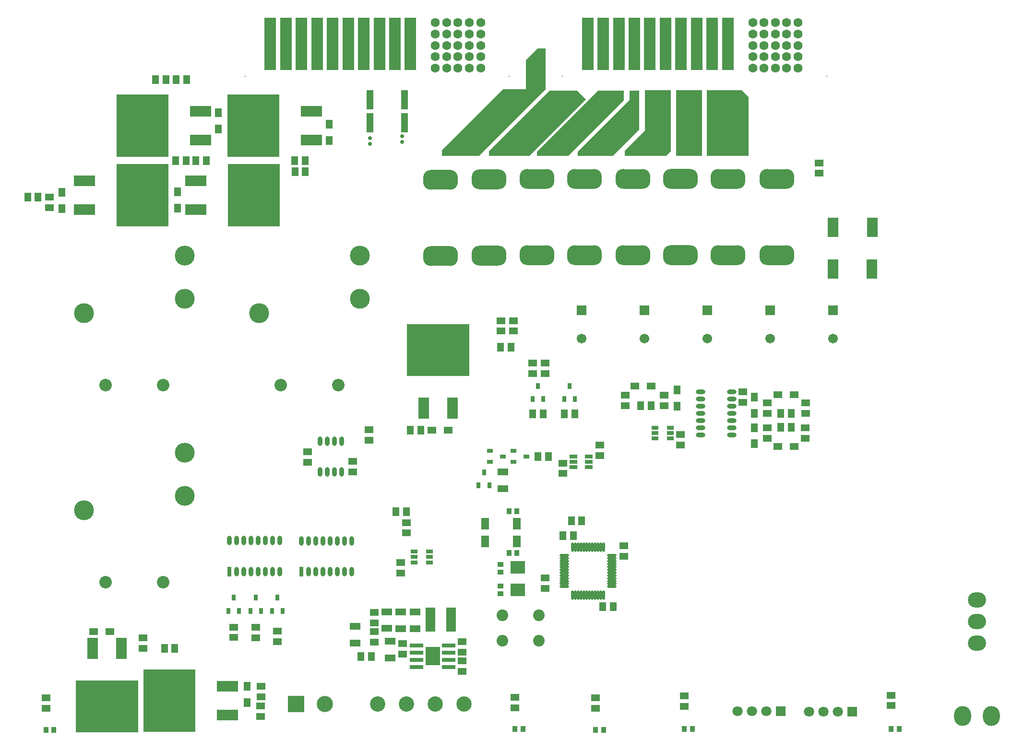
<source format=gts>
G04*
G04 #@! TF.GenerationSoftware,Altium Limited,Altium Designer,21.2.2 (38)*
G04*
G04 Layer_Color=8388736*
%FSLAX25Y25*%
%MOIN*%
G70*
G04*
G04 #@! TF.SameCoordinates,F28A5215-CE45-4803-9B4C-17DA2ED16A0E*
G04*
G04*
G04 #@! TF.FilePolarity,Negative*
G04*
G01*
G75*
%ADD47R,0.07493X0.04934*%
%ADD48R,0.05918X0.04540*%
%ADD49R,0.10249X0.08674*%
%ADD50R,0.04540X0.05918*%
%ADD51R,0.07099X0.16548*%
%ADD52R,0.09461X0.02769*%
%ADD53R,0.10249X0.13005*%
%ADD54R,0.07493X0.13202*%
%ADD55O,0.03162X0.06509*%
%ADD56R,0.03162X0.06509*%
%ADD57R,0.06115X0.04737*%
%ADD58R,0.04737X0.06115*%
%ADD59R,0.03556X0.04343*%
%ADD60C,0.02769*%
%ADD61R,0.03162X0.04343*%
%ADD62R,0.04737X0.03162*%
%ADD63O,0.06509X0.03162*%
%ADD64R,0.04343X0.03162*%
%ADD65R,0.05315X0.02756*%
%ADD66O,0.03162X0.06509*%
%ADD67R,0.07808X0.14595*%
%ADD68R,0.43792X0.36312*%
%ADD69R,0.05800X0.08300*%
%ADD70O,0.01981X0.06509*%
%ADD71O,0.06509X0.01981*%
%ADD72R,0.04343X0.03556*%
%ADD73R,0.36312X0.43792*%
%ADD74R,0.14595X0.07808*%
%ADD75R,0.05131X0.13792*%
%ADD76C,0.06706*%
%ADD77R,0.06706X0.06706*%
%ADD78O,0.11824X0.13792*%
%ADD79O,0.12611X0.10642*%
%ADD80C,0.08674*%
%ADD81C,0.13792*%
%ADD82C,0.07099*%
%ADD83R,0.07099X0.07099*%
%ADD84C,0.08083*%
%ADD85C,0.10642*%
%ADD86C,0.11233*%
%ADD87R,0.11233X0.11233*%
%ADD88O,0.10800X0.13800*%
%ADD89R,0.07887X0.07099*%
%ADD90C,0.00800*%
%ADD91C,0.06312*%
%ADD92C,0.03556*%
G36*
X528740Y413386D02*
X510827D01*
Y415158D01*
Y458858D01*
X528740D01*
Y413386D01*
D02*
G37*
G36*
X507087Y416535D02*
X503937Y413386D01*
X475000D01*
Y416732D01*
X488976Y430709D01*
Y458858D01*
X507087D01*
Y416535D01*
D02*
G37*
G36*
X485236Y431496D02*
X467126Y413386D01*
X442520D01*
Y416142D01*
X478346Y451968D01*
Y458661D01*
X485236D01*
Y431496D01*
D02*
G37*
G36*
X474409Y451772D02*
X436024Y413386D01*
X413976D01*
Y416142D01*
X456496Y458661D01*
X474409D01*
X474409Y451772D01*
D02*
G37*
G36*
X448228Y452559D02*
X409055Y413386D01*
X380906Y413386D01*
Y416535D01*
X423032Y458661D01*
X442126Y458661D01*
X448228Y452559D01*
D02*
G37*
G36*
X556496Y458858D02*
X561221Y454134D01*
X561221Y413189D01*
X532283D01*
Y458858D01*
X556496Y458858D01*
D02*
G37*
G36*
X420276Y459449D02*
X374016Y413189D01*
X348031D01*
Y417126D01*
X390551Y459646D01*
X406496Y459646D01*
Y479921D01*
X414370Y487795D01*
X420276D01*
Y459449D01*
D02*
G37*
G36*
X520525Y404142D02*
X520576Y404131D01*
X520626Y404114D01*
X520673Y404091D01*
X520716Y404062D01*
X520756Y404028D01*
X520790Y403988D01*
X520820Y403944D01*
X520843Y403897D01*
X520860Y403848D01*
X520870Y403796D01*
X520873Y403744D01*
Y390744D01*
X520870Y390692D01*
X520860Y390640D01*
X520843Y390591D01*
X520820Y390544D01*
X520790Y390500D01*
X520756Y390461D01*
X520716Y390426D01*
X520673Y390397D01*
X520626Y390374D01*
X520576Y390357D01*
X520525Y390347D01*
X520472Y390343D01*
X507072D01*
X507020Y390347D01*
X506969Y390357D01*
X506919Y390374D01*
X506872Y390397D01*
X506828Y390426D01*
X506789Y390461D01*
X506754Y390500D01*
X506725Y390544D01*
X506702Y390591D01*
X506685Y390640D01*
X506675Y390692D01*
X506672Y390744D01*
Y390844D01*
Y403744D01*
X506675Y403796D01*
X506685Y403848D01*
X506702Y403897D01*
X506725Y403944D01*
X506754Y403988D01*
X506789Y404028D01*
X506828Y404062D01*
X506872Y404091D01*
X506919Y404114D01*
X506969Y404131D01*
X507020Y404142D01*
X507072Y404145D01*
X520472D01*
X520525Y404142D01*
D02*
G37*
G36*
X587454Y403992D02*
X587505Y403982D01*
X587555Y403965D01*
X587602Y403942D01*
X587646Y403912D01*
X587685Y403878D01*
X587720Y403838D01*
X587749Y403795D01*
X587772Y403748D01*
X587789Y403698D01*
X587799Y403647D01*
X587802Y403594D01*
Y390595D01*
X587799Y390542D01*
X587789Y390491D01*
X587772Y390441D01*
X587749Y390394D01*
X587720Y390351D01*
X587685Y390311D01*
X587646Y390277D01*
X587602Y390247D01*
X587555Y390224D01*
X587505Y390207D01*
X587454Y390197D01*
X587402Y390194D01*
X574002D01*
X573949Y390197D01*
X573898Y390207D01*
X573848Y390224D01*
X573801Y390247D01*
X573758Y390277D01*
X573718Y390311D01*
X573684Y390351D01*
X573654Y390394D01*
X573631Y390441D01*
X573614Y390491D01*
X573604Y390542D01*
X573601Y390595D01*
Y390694D01*
Y403594D01*
X573604Y403647D01*
X573614Y403698D01*
X573631Y403748D01*
X573654Y403795D01*
X573684Y403838D01*
X573718Y403878D01*
X573758Y403912D01*
X573801Y403942D01*
X573848Y403965D01*
X573898Y403982D01*
X573949Y403992D01*
X574002Y403995D01*
X587402D01*
X587454Y403992D01*
D02*
G37*
G36*
X553596Y403992D02*
X553647Y403982D01*
X553697Y403965D01*
X553744Y403942D01*
X553787Y403912D01*
X553827Y403878D01*
X553861Y403838D01*
X553891Y403795D01*
X553914Y403748D01*
X553931Y403698D01*
X553941Y403647D01*
X553944Y403594D01*
Y390595D01*
X553941Y390542D01*
X553931Y390491D01*
X553914Y390441D01*
X553891Y390394D01*
X553861Y390351D01*
X553827Y390311D01*
X553787Y390277D01*
X553744Y390247D01*
X553697Y390224D01*
X553647Y390207D01*
X553596Y390197D01*
X553543Y390194D01*
X540143D01*
X540091Y390197D01*
X540040Y390207D01*
X539990Y390224D01*
X539943Y390247D01*
X539899Y390277D01*
X539860Y390311D01*
X539825Y390351D01*
X539796Y390394D01*
X539773Y390441D01*
X539756Y390491D01*
X539746Y390542D01*
X539743Y390595D01*
Y390694D01*
Y403594D01*
X539746Y403647D01*
X539756Y403698D01*
X539773Y403748D01*
X539796Y403795D01*
X539825Y403838D01*
X539860Y403878D01*
X539899Y403912D01*
X539943Y403942D01*
X539990Y403965D01*
X540040Y403982D01*
X540091Y403992D01*
X540143Y403995D01*
X553543D01*
X553596Y403992D01*
D02*
G37*
G36*
X487468D02*
X487520Y403982D01*
X487569Y403965D01*
X487616Y403942D01*
X487660Y403912D01*
X487699Y403878D01*
X487734Y403838D01*
X487763Y403795D01*
X487786Y403748D01*
X487803Y403698D01*
X487813Y403647D01*
X487817Y403594D01*
Y390595D01*
X487813Y390542D01*
X487803Y390491D01*
X487786Y390441D01*
X487763Y390394D01*
X487734Y390351D01*
X487699Y390311D01*
X487660Y390277D01*
X487616Y390247D01*
X487569Y390224D01*
X487520Y390207D01*
X487468Y390197D01*
X487416Y390194D01*
X474016D01*
X473963Y390197D01*
X473912Y390207D01*
X473862Y390224D01*
X473815Y390247D01*
X473772Y390277D01*
X473732Y390311D01*
X473698Y390351D01*
X473669Y390394D01*
X473645Y390441D01*
X473629Y390491D01*
X473618Y390542D01*
X473615Y390595D01*
Y390694D01*
Y403594D01*
X473618Y403647D01*
X473629Y403698D01*
X473645Y403748D01*
X473669Y403795D01*
X473698Y403838D01*
X473732Y403878D01*
X473772Y403912D01*
X473815Y403942D01*
X473862Y403965D01*
X473912Y403982D01*
X473963Y403992D01*
X474016Y403995D01*
X487416D01*
X487468Y403992D01*
D02*
G37*
G36*
X453989D02*
X454041Y403982D01*
X454090Y403965D01*
X454137Y403942D01*
X454181Y403912D01*
X454220Y403878D01*
X454255Y403838D01*
X454284Y403795D01*
X454307Y403748D01*
X454324Y403698D01*
X454334Y403647D01*
X454338Y403594D01*
Y390595D01*
X454334Y390542D01*
X454324Y390491D01*
X454307Y390441D01*
X454284Y390394D01*
X454255Y390351D01*
X454220Y390311D01*
X454181Y390277D01*
X454137Y390247D01*
X454090Y390224D01*
X454041Y390207D01*
X453989Y390197D01*
X453937Y390194D01*
X440537D01*
X440485Y390197D01*
X440433Y390207D01*
X440384Y390224D01*
X440337Y390247D01*
X440293Y390277D01*
X440254Y390311D01*
X440219Y390351D01*
X440190Y390394D01*
X440167Y390441D01*
X440150Y390491D01*
X440140Y390542D01*
X440136Y390595D01*
Y390694D01*
Y403594D01*
X440140Y403647D01*
X440150Y403698D01*
X440167Y403748D01*
X440190Y403795D01*
X440219Y403838D01*
X440254Y403878D01*
X440293Y403912D01*
X440337Y403942D01*
X440384Y403965D01*
X440433Y403982D01*
X440485Y403992D01*
X440537Y403995D01*
X453937D01*
X453989Y403992D01*
D02*
G37*
G36*
X420933D02*
X420984Y403982D01*
X421034Y403965D01*
X421081Y403942D01*
X421124Y403912D01*
X421164Y403878D01*
X421198Y403838D01*
X421228Y403795D01*
X421251Y403748D01*
X421268Y403698D01*
X421278Y403647D01*
X421281Y403594D01*
Y390595D01*
X421278Y390542D01*
X421268Y390491D01*
X421251Y390441D01*
X421228Y390394D01*
X421198Y390351D01*
X421164Y390311D01*
X421124Y390277D01*
X421081Y390247D01*
X421034Y390224D01*
X420984Y390207D01*
X420933Y390197D01*
X420880Y390194D01*
X407480D01*
X407428Y390197D01*
X407377Y390207D01*
X407327Y390224D01*
X407280Y390247D01*
X407236Y390277D01*
X407197Y390311D01*
X407162Y390351D01*
X407133Y390394D01*
X407110Y390441D01*
X407093Y390491D01*
X407083Y390542D01*
X407079Y390595D01*
Y390694D01*
Y403594D01*
X407083Y403647D01*
X407093Y403698D01*
X407110Y403748D01*
X407133Y403795D01*
X407162Y403838D01*
X407197Y403878D01*
X407236Y403912D01*
X407280Y403942D01*
X407327Y403965D01*
X407377Y403982D01*
X407428Y403992D01*
X407480Y403995D01*
X420880D01*
X420933Y403992D01*
D02*
G37*
G36*
X387454Y403748D02*
X387505Y403738D01*
X387555Y403721D01*
X387602Y403697D01*
X387646Y403668D01*
X387685Y403634D01*
X387720Y403594D01*
X387749Y403551D01*
X387772Y403504D01*
X387789Y403454D01*
X387799Y403403D01*
X387802Y403350D01*
Y390350D01*
X387799Y390298D01*
X387789Y390247D01*
X387772Y390197D01*
X387749Y390150D01*
X387720Y390106D01*
X387685Y390067D01*
X387646Y390032D01*
X387602Y390003D01*
X387555Y389980D01*
X387505Y389963D01*
X387454Y389953D01*
X387402Y389949D01*
X374002D01*
X373949Y389953D01*
X373898Y389963D01*
X373848Y389980D01*
X373801Y390003D01*
X373758Y390032D01*
X373718Y390067D01*
X373684Y390106D01*
X373654Y390150D01*
X373631Y390197D01*
X373614Y390247D01*
X373604Y390298D01*
X373601Y390350D01*
Y390450D01*
Y403350D01*
X373604Y403403D01*
X373614Y403454D01*
X373631Y403504D01*
X373654Y403551D01*
X373684Y403594D01*
X373718Y403634D01*
X373758Y403668D01*
X373801Y403697D01*
X373848Y403721D01*
X373898Y403738D01*
X373949Y403748D01*
X374002Y403751D01*
X387402D01*
X387454Y403748D01*
D02*
G37*
G36*
X354004Y403598D02*
X354055Y403588D01*
X354105Y403571D01*
X354152Y403548D01*
X354195Y403519D01*
X354235Y403484D01*
X354269Y403445D01*
X354298Y403401D01*
X354322Y403354D01*
X354338Y403304D01*
X354349Y403253D01*
X354352Y403201D01*
Y390201D01*
X354349Y390148D01*
X354338Y390097D01*
X354322Y390047D01*
X354298Y390000D01*
X354269Y389957D01*
X354235Y389917D01*
X354195Y389883D01*
X354152Y389854D01*
X354105Y389830D01*
X354055Y389814D01*
X354004Y389803D01*
X353951Y389800D01*
X340551D01*
X340499Y389803D01*
X340447Y389814D01*
X340398Y389830D01*
X340351Y389854D01*
X340307Y389883D01*
X340268Y389917D01*
X340233Y389957D01*
X340204Y390000D01*
X340181Y390047D01*
X340164Y390097D01*
X340154Y390148D01*
X340150Y390201D01*
Y390301D01*
Y403201D01*
X340154Y403253D01*
X340164Y403304D01*
X340181Y403354D01*
X340204Y403401D01*
X340233Y403445D01*
X340268Y403484D01*
X340307Y403519D01*
X340351Y403548D01*
X340398Y403571D01*
X340447Y403588D01*
X340499Y403598D01*
X340551Y403602D01*
X353951D01*
X354004Y403598D01*
D02*
G37*
G36*
X520525Y351142D02*
X520576Y351131D01*
X520626Y351114D01*
X520673Y351091D01*
X520716Y351062D01*
X520756Y351027D01*
X520790Y350988D01*
X520820Y350944D01*
X520843Y350898D01*
X520860Y350848D01*
X520870Y350796D01*
X520873Y350744D01*
Y337744D01*
X520870Y337692D01*
X520860Y337640D01*
X520843Y337591D01*
X520820Y337544D01*
X520790Y337500D01*
X520756Y337461D01*
X520716Y337426D01*
X520673Y337397D01*
X520626Y337374D01*
X520576Y337357D01*
X520525Y337347D01*
X520472Y337343D01*
X507072D01*
X507020Y337347D01*
X506969Y337357D01*
X506919Y337374D01*
X506872Y337397D01*
X506828Y337426D01*
X506789Y337461D01*
X506754Y337500D01*
X506725Y337544D01*
X506702Y337591D01*
X506685Y337640D01*
X506675Y337692D01*
X506672Y337744D01*
Y337844D01*
Y350744D01*
X506675Y350796D01*
X506685Y350848D01*
X506702Y350898D01*
X506725Y350944D01*
X506754Y350988D01*
X506789Y351027D01*
X506828Y351062D01*
X506872Y351091D01*
X506919Y351114D01*
X506969Y351131D01*
X507020Y351142D01*
X507072Y351145D01*
X520472D01*
X520525Y351142D01*
D02*
G37*
G36*
X587454Y350992D02*
X587505Y350982D01*
X587555Y350965D01*
X587602Y350942D01*
X587646Y350912D01*
X587685Y350878D01*
X587720Y350838D01*
X587749Y350795D01*
X587772Y350748D01*
X587789Y350698D01*
X587799Y350647D01*
X587802Y350594D01*
Y337595D01*
X587799Y337542D01*
X587789Y337491D01*
X587772Y337441D01*
X587749Y337394D01*
X587720Y337351D01*
X587685Y337311D01*
X587646Y337277D01*
X587602Y337247D01*
X587555Y337224D01*
X587505Y337207D01*
X587454Y337197D01*
X587402Y337194D01*
X574002D01*
X573949Y337197D01*
X573898Y337207D01*
X573848Y337224D01*
X573801Y337247D01*
X573758Y337277D01*
X573718Y337311D01*
X573684Y337351D01*
X573654Y337394D01*
X573631Y337441D01*
X573614Y337491D01*
X573604Y337542D01*
X573601Y337595D01*
Y337695D01*
Y350594D01*
X573604Y350647D01*
X573614Y350698D01*
X573631Y350748D01*
X573654Y350795D01*
X573684Y350838D01*
X573718Y350878D01*
X573758Y350912D01*
X573801Y350942D01*
X573848Y350965D01*
X573898Y350982D01*
X573949Y350992D01*
X574002Y350995D01*
X587402D01*
X587454Y350992D01*
D02*
G37*
G36*
X553596Y350992D02*
X553647Y350982D01*
X553697Y350965D01*
X553744Y350942D01*
X553787Y350912D01*
X553827Y350878D01*
X553861Y350838D01*
X553891Y350795D01*
X553914Y350748D01*
X553931Y350698D01*
X553941Y350647D01*
X553944Y350594D01*
Y337595D01*
X553941Y337542D01*
X553931Y337491D01*
X553914Y337441D01*
X553891Y337394D01*
X553861Y337351D01*
X553827Y337311D01*
X553787Y337277D01*
X553744Y337247D01*
X553697Y337224D01*
X553647Y337207D01*
X553596Y337197D01*
X553543Y337194D01*
X540143D01*
X540091Y337197D01*
X540040Y337207D01*
X539990Y337224D01*
X539943Y337247D01*
X539899Y337277D01*
X539860Y337311D01*
X539825Y337351D01*
X539796Y337394D01*
X539773Y337441D01*
X539756Y337491D01*
X539746Y337542D01*
X539743Y337595D01*
Y337695D01*
Y350594D01*
X539746Y350647D01*
X539756Y350698D01*
X539773Y350748D01*
X539796Y350795D01*
X539825Y350838D01*
X539860Y350878D01*
X539899Y350912D01*
X539943Y350942D01*
X539990Y350965D01*
X540040Y350982D01*
X540091Y350992D01*
X540143Y350995D01*
X553543D01*
X553596Y350992D01*
D02*
G37*
G36*
X487468D02*
X487520Y350982D01*
X487569Y350965D01*
X487616Y350942D01*
X487660Y350912D01*
X487699Y350878D01*
X487734Y350838D01*
X487763Y350795D01*
X487786Y350748D01*
X487803Y350698D01*
X487813Y350647D01*
X487817Y350594D01*
Y337595D01*
X487813Y337542D01*
X487803Y337491D01*
X487786Y337441D01*
X487763Y337394D01*
X487734Y337351D01*
X487699Y337311D01*
X487660Y337277D01*
X487616Y337247D01*
X487569Y337224D01*
X487520Y337207D01*
X487468Y337197D01*
X487416Y337194D01*
X474016D01*
X473963Y337197D01*
X473912Y337207D01*
X473862Y337224D01*
X473815Y337247D01*
X473772Y337277D01*
X473732Y337311D01*
X473698Y337351D01*
X473669Y337394D01*
X473645Y337441D01*
X473629Y337491D01*
X473618Y337542D01*
X473615Y337595D01*
Y337695D01*
Y350594D01*
X473618Y350647D01*
X473629Y350698D01*
X473645Y350748D01*
X473669Y350795D01*
X473698Y350838D01*
X473732Y350878D01*
X473772Y350912D01*
X473815Y350942D01*
X473862Y350965D01*
X473912Y350982D01*
X473963Y350992D01*
X474016Y350995D01*
X487416D01*
X487468Y350992D01*
D02*
G37*
G36*
X453989D02*
X454041Y350982D01*
X454090Y350965D01*
X454137Y350942D01*
X454181Y350912D01*
X454220Y350878D01*
X454255Y350838D01*
X454284Y350795D01*
X454307Y350748D01*
X454324Y350698D01*
X454334Y350647D01*
X454338Y350594D01*
Y337595D01*
X454334Y337542D01*
X454324Y337491D01*
X454307Y337441D01*
X454284Y337394D01*
X454255Y337351D01*
X454220Y337311D01*
X454181Y337277D01*
X454137Y337247D01*
X454090Y337224D01*
X454041Y337207D01*
X453989Y337197D01*
X453937Y337194D01*
X440537D01*
X440485Y337197D01*
X440433Y337207D01*
X440384Y337224D01*
X440337Y337247D01*
X440293Y337277D01*
X440254Y337311D01*
X440219Y337351D01*
X440190Y337394D01*
X440167Y337441D01*
X440150Y337491D01*
X440140Y337542D01*
X440136Y337595D01*
Y337695D01*
Y350594D01*
X440140Y350647D01*
X440150Y350698D01*
X440167Y350748D01*
X440190Y350795D01*
X440219Y350838D01*
X440254Y350878D01*
X440293Y350912D01*
X440337Y350942D01*
X440384Y350965D01*
X440433Y350982D01*
X440485Y350992D01*
X440537Y350995D01*
X453937D01*
X453989Y350992D01*
D02*
G37*
G36*
X420933D02*
X420984Y350982D01*
X421034Y350965D01*
X421081Y350942D01*
X421124Y350912D01*
X421164Y350878D01*
X421198Y350838D01*
X421228Y350795D01*
X421251Y350748D01*
X421268Y350698D01*
X421278Y350647D01*
X421281Y350594D01*
Y337595D01*
X421278Y337542D01*
X421268Y337491D01*
X421251Y337441D01*
X421228Y337394D01*
X421198Y337351D01*
X421164Y337311D01*
X421124Y337277D01*
X421081Y337247D01*
X421034Y337224D01*
X420984Y337207D01*
X420933Y337197D01*
X420880Y337194D01*
X407480D01*
X407428Y337197D01*
X407377Y337207D01*
X407327Y337224D01*
X407280Y337247D01*
X407236Y337277D01*
X407197Y337311D01*
X407162Y337351D01*
X407133Y337394D01*
X407110Y337441D01*
X407093Y337491D01*
X407083Y337542D01*
X407079Y337595D01*
Y337695D01*
Y350594D01*
X407083Y350647D01*
X407093Y350698D01*
X407110Y350748D01*
X407133Y350795D01*
X407162Y350838D01*
X407197Y350878D01*
X407236Y350912D01*
X407280Y350942D01*
X407327Y350965D01*
X407377Y350982D01*
X407428Y350992D01*
X407480Y350995D01*
X420880D01*
X420933Y350992D01*
D02*
G37*
G36*
X387454Y350748D02*
X387505Y350738D01*
X387555Y350721D01*
X387602Y350697D01*
X387646Y350668D01*
X387685Y350634D01*
X387720Y350594D01*
X387749Y350551D01*
X387772Y350504D01*
X387789Y350454D01*
X387799Y350403D01*
X387802Y350350D01*
Y337350D01*
X387799Y337298D01*
X387789Y337247D01*
X387772Y337197D01*
X387749Y337150D01*
X387720Y337106D01*
X387685Y337067D01*
X387646Y337032D01*
X387602Y337003D01*
X387555Y336980D01*
X387505Y336963D01*
X387454Y336953D01*
X387402Y336949D01*
X374002D01*
X373949Y336953D01*
X373898Y336963D01*
X373848Y336980D01*
X373801Y337003D01*
X373758Y337032D01*
X373718Y337067D01*
X373684Y337106D01*
X373654Y337150D01*
X373631Y337197D01*
X373614Y337247D01*
X373604Y337298D01*
X373601Y337350D01*
Y337450D01*
Y350350D01*
X373604Y350403D01*
X373614Y350454D01*
X373631Y350504D01*
X373654Y350551D01*
X373684Y350594D01*
X373718Y350634D01*
X373758Y350668D01*
X373801Y350697D01*
X373848Y350721D01*
X373898Y350738D01*
X373949Y350748D01*
X374002Y350751D01*
X387402D01*
X387454Y350748D01*
D02*
G37*
G36*
X354004Y350598D02*
X354055Y350588D01*
X354105Y350571D01*
X354152Y350548D01*
X354195Y350519D01*
X354235Y350484D01*
X354269Y350445D01*
X354298Y350401D01*
X354322Y350354D01*
X354338Y350305D01*
X354349Y350253D01*
X354352Y350201D01*
Y337201D01*
X354349Y337148D01*
X354338Y337097D01*
X354322Y337047D01*
X354298Y337000D01*
X354269Y336957D01*
X354235Y336917D01*
X354195Y336883D01*
X354152Y336854D01*
X354105Y336830D01*
X354055Y336814D01*
X354004Y336803D01*
X353951Y336800D01*
X340551D01*
X340499Y336803D01*
X340447Y336814D01*
X340398Y336830D01*
X340351Y336854D01*
X340307Y336883D01*
X340268Y336917D01*
X340233Y336957D01*
X340204Y337000D01*
X340181Y337047D01*
X340164Y337097D01*
X340154Y337148D01*
X340150Y337201D01*
Y337301D01*
Y350201D01*
X340154Y350253D01*
X340164Y350305D01*
X340181Y350354D01*
X340204Y350401D01*
X340233Y350445D01*
X340268Y350484D01*
X340307Y350519D01*
X340351Y350548D01*
X340398Y350571D01*
X340447Y350588D01*
X340499Y350598D01*
X340551Y350602D01*
X353951D01*
X354004Y350598D01*
D02*
G37*
D47*
X309646Y96358D02*
D03*
Y84744D02*
D03*
X319488Y96161D02*
D03*
Y84547D02*
D03*
X287795Y74508D02*
D03*
Y86122D02*
D03*
X312008Y64272D02*
D03*
Y75886D02*
D03*
X329331Y96161D02*
D03*
Y84547D02*
D03*
X390551Y193405D02*
D03*
Y181791D02*
D03*
D48*
X362205Y62106D02*
D03*
Y54823D02*
D03*
X320866Y66831D02*
D03*
Y74114D02*
D03*
X362205Y68209D02*
D03*
Y75492D02*
D03*
X323425Y158366D02*
D03*
Y151083D02*
D03*
X301181Y88681D02*
D03*
Y95965D02*
D03*
Y82579D02*
D03*
Y75295D02*
D03*
X254921Y200295D02*
D03*
Y207579D02*
D03*
X397638Y298721D02*
D03*
Y291437D02*
D03*
X297441Y215453D02*
D03*
Y222736D02*
D03*
X610236Y408366D02*
D03*
Y401083D02*
D03*
X513779Y219488D02*
D03*
Y212205D02*
D03*
X600787Y241535D02*
D03*
Y234252D02*
D03*
X574213Y241535D02*
D03*
Y234252D02*
D03*
X574016Y217028D02*
D03*
Y224311D02*
D03*
X600591Y217028D02*
D03*
Y224311D02*
D03*
X516535Y37795D02*
D03*
Y30512D02*
D03*
X502559Y246752D02*
D03*
Y239469D02*
D03*
X475295Y246850D02*
D03*
Y239567D02*
D03*
X419882Y261910D02*
D03*
Y269193D02*
D03*
X411024Y262008D02*
D03*
Y269291D02*
D03*
X557087Y242028D02*
D03*
Y249311D02*
D03*
X457874Y204921D02*
D03*
Y212205D02*
D03*
X432087Y199705D02*
D03*
Y192421D02*
D03*
X388976Y298721D02*
D03*
Y291437D02*
D03*
X286024Y200984D02*
D03*
Y193701D02*
D03*
X660236Y38386D02*
D03*
Y31102D02*
D03*
X73032Y36614D02*
D03*
Y29331D02*
D03*
X454921Y36614D02*
D03*
Y29331D02*
D03*
X398819Y36811D02*
D03*
Y29528D02*
D03*
X319488Y130610D02*
D03*
Y123327D02*
D03*
X233858Y75689D02*
D03*
Y82972D02*
D03*
X218898Y78347D02*
D03*
Y85630D02*
D03*
X203543Y78445D02*
D03*
Y85728D02*
D03*
X419882Y119980D02*
D03*
Y112697D02*
D03*
X474606Y135039D02*
D03*
Y142323D02*
D03*
X222244Y31004D02*
D03*
Y23720D02*
D03*
X140551Y78150D02*
D03*
Y70866D02*
D03*
X222441Y44587D02*
D03*
Y37303D02*
D03*
X75590Y377264D02*
D03*
Y384547D02*
D03*
D49*
X400787Y127165D02*
D03*
Y111417D02*
D03*
D50*
X316043Y165748D02*
D03*
X323327D02*
D03*
X291831Y65158D02*
D03*
X299114D02*
D03*
X418405Y233858D02*
D03*
X411122D02*
D03*
X440453D02*
D03*
X433169D02*
D03*
X445276Y159646D02*
D03*
X437992D02*
D03*
X590650Y234252D02*
D03*
X583366D02*
D03*
X590650Y224409D02*
D03*
X583366D02*
D03*
X486221Y239567D02*
D03*
X493504D02*
D03*
X422146Y204331D02*
D03*
X414862D02*
D03*
X388878Y280315D02*
D03*
X396161D02*
D03*
X326083Y222638D02*
D03*
X333366D02*
D03*
X439370Y149213D02*
D03*
X432087D02*
D03*
X459941Y99803D02*
D03*
X467224D02*
D03*
X155315Y70866D02*
D03*
X162598D02*
D03*
X253248Y402165D02*
D03*
X245965D02*
D03*
X245866Y410039D02*
D03*
X253150D02*
D03*
X170571D02*
D03*
X163287D02*
D03*
X184350D02*
D03*
X177067D02*
D03*
X67618Y384646D02*
D03*
X60335D02*
D03*
X156496Y466142D02*
D03*
X149213D02*
D03*
X170768D02*
D03*
X163484D02*
D03*
D51*
X339961Y90748D02*
D03*
X354528D02*
D03*
D52*
X352953Y57913D02*
D03*
Y62913D02*
D03*
Y67913D02*
D03*
Y72913D02*
D03*
X330315Y57913D02*
D03*
Y62913D02*
D03*
Y67913D02*
D03*
Y72913D02*
D03*
D53*
X341634Y65413D02*
D03*
D54*
X647047Y363583D02*
D03*
X619882D02*
D03*
X646850Y334646D02*
D03*
X619685D02*
D03*
D55*
X235610Y145768D02*
D03*
X230610D02*
D03*
X225610D02*
D03*
X220610D02*
D03*
X215610D02*
D03*
X210610D02*
D03*
X205610D02*
D03*
X200610D02*
D03*
X235610Y124311D02*
D03*
X230610D02*
D03*
X225610D02*
D03*
X220610D02*
D03*
X215610D02*
D03*
X210610D02*
D03*
X205610D02*
D03*
X285413Y145571D02*
D03*
X280413D02*
D03*
X275413D02*
D03*
X270413D02*
D03*
X265413D02*
D03*
X260413D02*
D03*
X255413D02*
D03*
X250413D02*
D03*
X285413Y124114D02*
D03*
X280413D02*
D03*
X275413D02*
D03*
X270413D02*
D03*
X265413D02*
D03*
X260413D02*
D03*
X255413D02*
D03*
D56*
X200610Y124311D02*
D03*
X250413Y124114D02*
D03*
D57*
X581595Y247244D02*
D03*
X592815D02*
D03*
X581595Y211221D02*
D03*
X592815D02*
D03*
X493504Y253346D02*
D03*
X482283D02*
D03*
X341142Y222638D02*
D03*
X352362D02*
D03*
X117323Y82677D02*
D03*
X106102D02*
D03*
D58*
X565158Y234252D02*
D03*
Y245472D02*
D03*
X564961Y224311D02*
D03*
Y213090D02*
D03*
X511417Y239370D02*
D03*
Y250590D02*
D03*
X212795Y33366D02*
D03*
Y44587D02*
D03*
X269882Y424016D02*
D03*
Y435236D02*
D03*
X164567Y388090D02*
D03*
Y376870D02*
D03*
X84055Y387894D02*
D03*
Y376673D02*
D03*
X192913Y431988D02*
D03*
Y443209D02*
D03*
D59*
X516535Y14764D02*
D03*
X522047D02*
D03*
X660236D02*
D03*
X665748D02*
D03*
X398819D02*
D03*
X404331D02*
D03*
X454921Y14370D02*
D03*
X460433D02*
D03*
X394685Y137205D02*
D03*
X400197D02*
D03*
X394685Y166142D02*
D03*
X400197D02*
D03*
X73032Y14173D02*
D03*
X78543D02*
D03*
D60*
X298228Y421654D02*
D03*
Y425591D02*
D03*
X320472Y426968D02*
D03*
Y423032D02*
D03*
D61*
X411024Y244094D02*
D03*
X418504D02*
D03*
X414764Y253150D02*
D03*
X433071Y244094D02*
D03*
X440551D02*
D03*
X436811Y253150D02*
D03*
X377362Y193307D02*
D03*
X381102Y184252D02*
D03*
X373622D02*
D03*
X203543Y106102D02*
D03*
X207283Y97047D02*
D03*
X199803D02*
D03*
X233858Y106102D02*
D03*
X237598Y97047D02*
D03*
X230118D02*
D03*
X218701Y106102D02*
D03*
X222441Y97047D02*
D03*
X214961D02*
D03*
D62*
X506693Y224213D02*
D03*
Y220472D02*
D03*
Y216732D02*
D03*
X496063D02*
D03*
Y220472D02*
D03*
Y224213D02*
D03*
X328937Y130709D02*
D03*
Y134449D02*
D03*
Y138189D02*
D03*
X339567D02*
D03*
Y134449D02*
D03*
Y130709D02*
D03*
D63*
X549409Y219331D02*
D03*
Y224331D02*
D03*
Y229331D02*
D03*
Y234331D02*
D03*
Y239331D02*
D03*
Y244331D02*
D03*
Y249331D02*
D03*
X527953Y219331D02*
D03*
Y224331D02*
D03*
Y229331D02*
D03*
Y234331D02*
D03*
Y239331D02*
D03*
Y244331D02*
D03*
Y249331D02*
D03*
D64*
X390551Y204331D02*
D03*
X381496Y200591D02*
D03*
Y208071D02*
D03*
X406890Y204331D02*
D03*
X397835Y200591D02*
D03*
Y208071D02*
D03*
D65*
X450197Y204331D02*
D03*
Y200591D02*
D03*
Y196850D02*
D03*
X439567D02*
D03*
Y200591D02*
D03*
Y204331D02*
D03*
D66*
X278366Y215059D02*
D03*
X273366D02*
D03*
X268366D02*
D03*
X263366D02*
D03*
X278366Y193602D02*
D03*
X273366D02*
D03*
X268366D02*
D03*
X263366D02*
D03*
D67*
X335512Y237992D02*
D03*
X355512D02*
D03*
X105394Y70866D02*
D03*
X125394D02*
D03*
D68*
X345512Y278201D02*
D03*
X115394Y30658D02*
D03*
D69*
X400197Y145177D02*
D03*
X378197D02*
D03*
Y157677D02*
D03*
X400197D02*
D03*
D70*
X438779Y141240D02*
D03*
X440748D02*
D03*
X442717D02*
D03*
X444685D02*
D03*
X446654D02*
D03*
X448622D02*
D03*
X450591D02*
D03*
X452559D02*
D03*
X454528D02*
D03*
X456496D02*
D03*
X458465D02*
D03*
X460433D02*
D03*
Y107972D02*
D03*
X458465D02*
D03*
X456496D02*
D03*
X454528D02*
D03*
X452559D02*
D03*
X450591D02*
D03*
X448622D02*
D03*
X446654D02*
D03*
X444685D02*
D03*
X442717D02*
D03*
X440748D02*
D03*
X438779D02*
D03*
D71*
X466240Y135433D02*
D03*
Y133465D02*
D03*
Y131496D02*
D03*
Y129527D02*
D03*
Y127559D02*
D03*
Y125591D02*
D03*
Y123622D02*
D03*
Y121653D02*
D03*
Y119685D02*
D03*
Y117717D02*
D03*
Y115748D02*
D03*
Y113779D02*
D03*
X432972D02*
D03*
Y115748D02*
D03*
Y117717D02*
D03*
Y119685D02*
D03*
Y121653D02*
D03*
Y123622D02*
D03*
Y125591D02*
D03*
Y127559D02*
D03*
Y129527D02*
D03*
Y131496D02*
D03*
Y133465D02*
D03*
Y135433D02*
D03*
D72*
X388779Y114370D02*
D03*
Y108858D02*
D03*
Y123819D02*
D03*
Y129331D02*
D03*
D73*
X158807Y34488D02*
D03*
X217323Y385827D02*
D03*
X217272Y434094D02*
D03*
X140157Y385827D02*
D03*
X140106Y434094D02*
D03*
D74*
X199016Y44488D02*
D03*
Y24488D02*
D03*
X177114Y375827D02*
D03*
Y395827D02*
D03*
X257480Y444095D02*
D03*
Y424094D02*
D03*
X99949Y375827D02*
D03*
Y395827D02*
D03*
X180315Y444095D02*
D03*
Y424094D02*
D03*
D75*
X298228Y436221D02*
D03*
X322244D02*
D03*
X298228Y452362D02*
D03*
X322244D02*
D03*
D76*
X619685Y286221D02*
D03*
X576083D02*
D03*
X532480D02*
D03*
X488878D02*
D03*
X445276D02*
D03*
D77*
X619685Y305906D02*
D03*
X576083D02*
D03*
X532480D02*
D03*
X488878D02*
D03*
X445276D02*
D03*
D78*
X709646Y24016D02*
D03*
X729724D02*
D03*
D79*
X719685Y74724D02*
D03*
Y89724D02*
D03*
Y104724D02*
D03*
D80*
X276260Y253937D02*
D03*
X236260D02*
D03*
X114606Y116929D02*
D03*
X154606D02*
D03*
X114606Y253937D02*
D03*
X154606D02*
D03*
D81*
X221260Y303937D02*
D03*
X291260Y313937D02*
D03*
Y343937D02*
D03*
X169606Y206929D02*
D03*
Y176929D02*
D03*
X99606Y166929D02*
D03*
X169606Y343937D02*
D03*
Y313937D02*
D03*
X99606Y303937D02*
D03*
D82*
X553465Y27165D02*
D03*
X573465D02*
D03*
X563465D02*
D03*
X603150Y26969D02*
D03*
X623150D02*
D03*
X613150D02*
D03*
D83*
X583465Y27165D02*
D03*
X633150Y26969D02*
D03*
D84*
X389961Y76181D02*
D03*
Y93898D02*
D03*
X415551Y76181D02*
D03*
Y93898D02*
D03*
D85*
X303504Y32283D02*
D03*
X323504D02*
D03*
X343504D02*
D03*
X363504D02*
D03*
D86*
X266653D02*
D03*
D87*
X246654D02*
D03*
D88*
X553543Y344094D02*
D03*
X540143D02*
D03*
X553543Y397094D02*
D03*
X540143D02*
D03*
X574002Y397094D02*
D03*
X587402D02*
D03*
X574002Y344094D02*
D03*
X587402D02*
D03*
X340551Y396701D02*
D03*
X353951D02*
D03*
X340551Y343701D02*
D03*
X353951D02*
D03*
X374002Y396850D02*
D03*
X387402D02*
D03*
X374002Y343850D02*
D03*
X387402D02*
D03*
X407480Y397094D02*
D03*
X420880D02*
D03*
X407480Y344094D02*
D03*
X420880D02*
D03*
X440537Y397094D02*
D03*
X453937D02*
D03*
X440537Y344094D02*
D03*
X453937D02*
D03*
X474016Y397094D02*
D03*
X487416D02*
D03*
X474016Y344094D02*
D03*
X487416D02*
D03*
X507072Y397244D02*
D03*
X520472D02*
D03*
X507072Y344244D02*
D03*
X520472D02*
D03*
D89*
X525098Y482185D02*
D03*
X449311Y476279D02*
D03*
X481791D02*
D03*
X514272D02*
D03*
X449311Y482185D02*
D03*
X481791D02*
D03*
X514272D02*
D03*
X449311Y488091D02*
D03*
X481791D02*
D03*
X514272D02*
D03*
X449311Y493996D02*
D03*
X481791D02*
D03*
X514272D02*
D03*
X449311Y499902D02*
D03*
X481791D02*
D03*
X514272D02*
D03*
X449311Y505807D02*
D03*
X481791D02*
D03*
X514272D02*
D03*
X546752Y476279D02*
D03*
X525098D02*
D03*
X535925D02*
D03*
X492618D02*
D03*
X503445D02*
D03*
X460138D02*
D03*
X470965D02*
D03*
X546752Y482185D02*
D03*
Y488091D02*
D03*
Y493996D02*
D03*
Y499902D02*
D03*
Y505807D02*
D03*
X535925Y482185D02*
D03*
X525098Y488091D02*
D03*
X535925D02*
D03*
X525098Y493996D02*
D03*
X535925D02*
D03*
X525098Y499902D02*
D03*
X535925D02*
D03*
X525098Y505807D02*
D03*
X535925D02*
D03*
X492618Y482185D02*
D03*
X503445D02*
D03*
X492618Y488091D02*
D03*
X503445D02*
D03*
X492618Y493996D02*
D03*
X503445D02*
D03*
X492618Y499902D02*
D03*
X503445D02*
D03*
X492618Y505807D02*
D03*
X503445D02*
D03*
X460138Y482185D02*
D03*
X470965D02*
D03*
X460138Y488091D02*
D03*
X470965D02*
D03*
X460138Y493996D02*
D03*
X470965D02*
D03*
X460138Y499902D02*
D03*
X470965D02*
D03*
X460138Y505807D02*
D03*
X470965D02*
D03*
X304626Y482185D02*
D03*
X228839Y476279D02*
D03*
X261319D02*
D03*
X293799D02*
D03*
X228839Y482185D02*
D03*
X261319D02*
D03*
X293799D02*
D03*
X228839Y488091D02*
D03*
X261319D02*
D03*
X293799D02*
D03*
X228839Y493996D02*
D03*
X261319D02*
D03*
X293799D02*
D03*
X228839Y499902D02*
D03*
X261319D02*
D03*
X293799D02*
D03*
X228839Y505807D02*
D03*
X261319D02*
D03*
X293799D02*
D03*
X326279Y476279D02*
D03*
X304626D02*
D03*
X315453D02*
D03*
X272146D02*
D03*
X282972D02*
D03*
X239665D02*
D03*
X250492D02*
D03*
X326279Y482185D02*
D03*
Y488091D02*
D03*
Y493996D02*
D03*
Y499902D02*
D03*
Y505807D02*
D03*
X315453Y482185D02*
D03*
X304626Y488091D02*
D03*
X315453D02*
D03*
X304626Y493996D02*
D03*
X315453D02*
D03*
X304626Y499902D02*
D03*
X315453D02*
D03*
X304626Y505807D02*
D03*
X315453D02*
D03*
X272146Y482185D02*
D03*
X282972D02*
D03*
X272146Y488091D02*
D03*
X282972D02*
D03*
X272146Y493996D02*
D03*
X282972D02*
D03*
X272146Y499902D02*
D03*
X282972D02*
D03*
X272146Y505807D02*
D03*
X282972D02*
D03*
X239665Y482185D02*
D03*
X250492D02*
D03*
X239665Y488091D02*
D03*
X250492D02*
D03*
X239665Y493996D02*
D03*
X250492D02*
D03*
X239665Y499902D02*
D03*
X250492D02*
D03*
X239665Y505807D02*
D03*
X250492D02*
D03*
D90*
X431890Y468602D02*
D03*
X615354D02*
D03*
X211417D02*
D03*
X394882D02*
D03*
D91*
X563976Y505807D02*
D03*
Y497933D02*
D03*
Y490059D02*
D03*
Y482185D02*
D03*
Y474311D02*
D03*
X571850Y505807D02*
D03*
Y497933D02*
D03*
Y490059D02*
D03*
Y482185D02*
D03*
Y474311D02*
D03*
X579724Y505807D02*
D03*
Y497933D02*
D03*
Y490059D02*
D03*
Y482185D02*
D03*
Y474311D02*
D03*
X587598Y505807D02*
D03*
Y497933D02*
D03*
Y490059D02*
D03*
Y482185D02*
D03*
Y474311D02*
D03*
X595472Y505807D02*
D03*
Y497933D02*
D03*
Y490059D02*
D03*
Y482185D02*
D03*
Y474311D02*
D03*
X343504Y505807D02*
D03*
Y497933D02*
D03*
Y490059D02*
D03*
Y482185D02*
D03*
Y474311D02*
D03*
X351378Y505807D02*
D03*
Y497933D02*
D03*
Y490059D02*
D03*
Y482185D02*
D03*
Y474311D02*
D03*
X359252Y505807D02*
D03*
Y497933D02*
D03*
Y490059D02*
D03*
Y482185D02*
D03*
Y474311D02*
D03*
X367126Y505807D02*
D03*
Y497933D02*
D03*
Y490059D02*
D03*
Y482185D02*
D03*
Y474311D02*
D03*
X375000Y505807D02*
D03*
Y497933D02*
D03*
Y490059D02*
D03*
Y482185D02*
D03*
Y474311D02*
D03*
D92*
X344390Y69744D02*
D03*
X338878D02*
D03*
Y65413D02*
D03*
X344390D02*
D03*
Y61083D02*
D03*
X338878D02*
D03*
M02*

</source>
